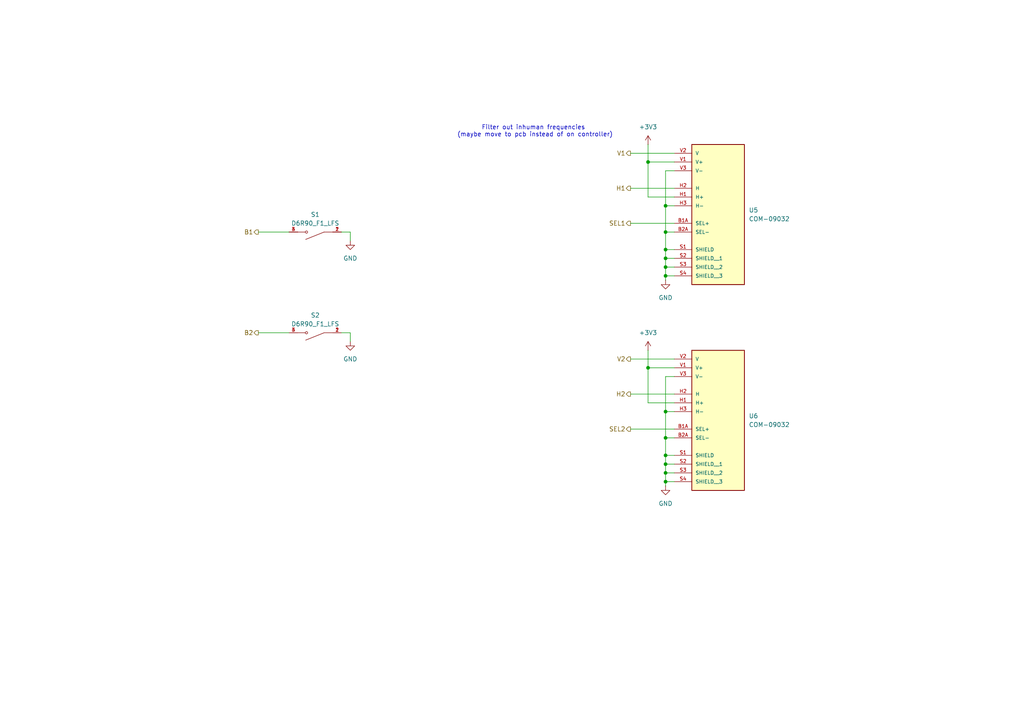
<source format=kicad_sch>
(kicad_sch (version 20250114) (generator "eeschema") (generator_version "9.0")
  (paper "A4")
  (lib_symbols
    (symbol "COM-09032:COM-09032" (pin_names (offset 1.016))
      (property "Reference" "U" (at -7.62 16.002 0))
      (property "Value" "COM-09032" (at -7.62 -27.94 0))
      (symbol "COM-09032_0_0"
        (rectangle (start -7.62 -25.4) (end 7.62 15.24) (stroke (width 0.254)) (fill (type background)))
        (pin passive line (at -12.7 12.7 0) (length 5.08) (name "V") (number "V2"))
        (pin passive line (at -12.7 10.16 0) (length 5.08) (name "V+") (number "V1"))
        (pin passive line (at -12.7 7.62 0) (length 5.08) (name "V-") (number "V3"))
        (pin passive line (at -12.7 2.54 0) (length 5.08) (name "H") (number "H2"))
        (pin passive line (at -12.7 0 0) (length 5.08) (name "H+") (number "H1"))
        (pin passive line (at -12.7 -2.54 0) (length 5.08) (name "H-") (number "H3"))
        (pin passive line (at -12.7 -7.62 0) (length 5.08) (name "SEL+") (number "B1A"))
        (pin passive line (at -12.7 -10.16 0) (length 5.08) (name "SEL-") (number "B2A"))
        (pin passive line (at -12.7 -15.24 0) (length 5.08) (name "SHIELD") (number "S1"))
        (pin passive line (at -12.7 -17.78 0) (length 5.08) (name "SHIELD__1") (number "S2"))
        (pin passive line (at -12.7 -20.32 0) (length 5.08) (name "SHIELD__2") (number "S3"))
        (pin passive line (at -12.7 -22.86 0) (length 5.08) (name "SHIELD__3") (number "S4"))
      )
    )
    (symbol "D6R90_F1_LFS:D6R90_F1_LFS" (pin_names (offset 1.016))
      (property "Reference" "S" (at -2.54 2.54 0))
      (property "Value" "D6R90_F1_LFS" (at -2.54 -2.54 0))
      (symbol "D6R90_F1_LFS_0_0"
        (polyline (pts (xy -2.54 0) (xy -5.08 0)) (stroke (width 0.1524)))
        (polyline (pts (xy -2.54 0) (xy 2.794 2.1336)) (stroke (width 0.1524)))
        (circle (center 2.54 0) (radius 0.3302) (stroke (width 0.1524)))
        (polyline (pts (xy 5.08 0) (xy 2.921 0)) (stroke (width 0.1524)))
        (pin passive line (at -7.62 0 0) (length 2.54) (name "~") (number "1"))
        (pin passive line (at -7.62 0 0) (length 2.54) (name "~") (number "2"))
        (pin passive line (at 7.62 0 180) (length 2.54) (name "~") (number "3"))
        (pin passive line (at 7.62 0 180) (length 2.54) (name "~") (number "4"))
      )
    )
    (symbol "power:+3V3" (power) (pin_numbers (hide yes)) (pin_names (offset 0) (hide yes))
      (property "Value" "+3V3" (at 0 3.556 0))
      (symbol "+3V3_0_1"
        (polyline (pts (xy -0.762 1.27) (xy 0 2.54)))
        (polyline (pts (xy 0 2.54) (xy 0.762 1.27)))
        (polyline (pts (xy 0 0) (xy 0 2.54)))
      )
      (symbol "+3V3_1_1"
        (pin power_in line (at 0 0 90) (length 0) (name "~") (number "1"))
      )
    )
    (symbol "power:GND" (power) (pin_numbers (hide yes)) (pin_names (offset 0) (hide yes))
      (property "Value" "GND" (at 0 -3.81 0))
      (symbol "GND_0_1"
        (polyline (pts (xy 0 0) (xy 0 -1.27) (xy 1.27 -1.27) (xy 0 -2.54) (xy -1.27 -1.27) (xy 0 -1.27)))
      )
      (symbol "GND_1_1"
        (pin power_in line (at 0 0 270) (length 0) (name "~") (number "1"))
      )
    )
  )
  (text "Filter out inhuman frequencies \n(maybe move to pcb instead of on controller)" (at 155.194 38.1 0) (effects (font (size 1.27 1.27))))
  (junction (at 193.04 59.69))
  (junction (at 187.96 46.99))
  (junction (at 193.04 77.47))
  (junction (at 193.04 127))
  (junction (at 193.04 72.39))
  (junction (at 193.04 67.31))
  (junction (at 193.04 137.16))
  (junction (at 193.04 74.93))
  (junction (at 193.04 134.62))
  (junction (at 193.04 119.38))
  (junction (at 193.04 80.01))
  (junction (at 193.04 132.08))
  (junction (at 187.96 106.68))
  (junction (at 193.04 139.7))
  (wire (pts (xy 193.04 77.47) (xy 195.58 77.47)))
  (wire (pts (xy 193.04 80.01) (xy 193.04 81.28)))
  (wire (pts (xy 182.88 44.45) (xy 195.58 44.45)))
  (wire (pts (xy 193.04 139.7) (xy 195.58 139.7)))
  (wire (pts (xy 193.04 77.47) (xy 193.04 80.01)))
  (wire (pts (xy 195.58 49.53) (xy 193.04 49.53)))
  (wire (pts (xy 193.04 139.7) (xy 193.04 140.97)))
  (wire (pts (xy 101.6 96.52) (xy 101.6 99.06)))
  (wire (pts (xy 193.04 49.53) (xy 193.04 59.69)))
  (wire (pts (xy 193.04 109.22) (xy 193.04 119.38)))
  (wire (pts (xy 99.06 67.31) (xy 101.6 67.31)))
  (wire (pts (xy 193.04 127) (xy 193.04 132.08)))
  (wire (pts (xy 193.04 74.93) (xy 195.58 74.93)))
  (wire (pts (xy 74.93 96.52) (xy 83.82 96.52)))
  (wire (pts (xy 101.6 67.31) (xy 101.6 69.85)))
  (wire (pts (xy 193.04 132.08) (xy 193.04 134.62)))
  (wire (pts (xy 182.88 124.46) (xy 195.58 124.46)))
  (wire (pts (xy 187.96 57.15) (xy 187.96 46.99)))
  (wire (pts (xy 193.04 137.16) (xy 193.04 139.7)))
  (wire (pts (xy 193.04 67.31) (xy 193.04 72.39)))
  (wire (pts (xy 193.04 59.69) (xy 193.04 67.31)))
  (wire (pts (xy 193.04 119.38) (xy 193.04 127)))
  (wire (pts (xy 193.04 134.62) (xy 193.04 137.16)))
  (wire (pts (xy 99.06 96.52) (xy 101.6 96.52)))
  (wire (pts (xy 182.88 64.77) (xy 195.58 64.77)))
  (wire (pts (xy 74.93 67.31) (xy 83.82 67.31)))
  (wire (pts (xy 182.88 104.14) (xy 195.58 104.14)))
  (wire (pts (xy 193.04 72.39) (xy 195.58 72.39)))
  (wire (pts (xy 193.04 72.39) (xy 193.04 74.93)))
  (wire (pts (xy 195.58 116.84) (xy 187.96 116.84)))
  (wire (pts (xy 182.88 54.61) (xy 195.58 54.61)))
  (wire (pts (xy 195.58 106.68) (xy 187.96 106.68)))
  (wire (pts (xy 182.88 114.3) (xy 195.58 114.3)))
  (wire (pts (xy 187.96 116.84) (xy 187.96 106.68)))
  (wire (pts (xy 193.04 137.16) (xy 195.58 137.16)))
  (wire (pts (xy 195.58 46.99) (xy 187.96 46.99)))
  (wire (pts (xy 193.04 132.08) (xy 195.58 132.08)))
  (wire (pts (xy 193.04 59.69) (xy 195.58 59.69)))
  (wire (pts (xy 193.04 127) (xy 195.58 127)))
  (wire (pts (xy 193.04 80.01) (xy 195.58 80.01)))
  (wire (pts (xy 193.04 67.31) (xy 195.58 67.31)))
  (wire (pts (xy 193.04 134.62) (xy 195.58 134.62)))
  (wire (pts (xy 187.96 46.99) (xy 187.96 41.91)))
  (wire (pts (xy 193.04 119.38) (xy 195.58 119.38)))
  (wire (pts (xy 187.96 106.68) (xy 187.96 101.6)))
  (wire (pts (xy 195.58 109.22) (xy 193.04 109.22)))
  (wire (pts (xy 193.04 74.93) (xy 193.04 77.47)))
  (wire (pts (xy 195.58 57.15) (xy 187.96 57.15)))
  (hierarchical_label "H2" (shape output) (at 182.88 114.3 180))
  (hierarchical_label "B2" (shape output) (at 74.93 96.52 180))
  (hierarchical_label "V2" (shape output) (at 182.88 104.14 180))
  (hierarchical_label "SEL2" (shape output) (at 182.88 124.46 180))
  (hierarchical_label "H1" (shape output) (at 182.88 54.61 180))
  (hierarchical_label "B1" (shape output) (at 74.93 67.31 180))
  (hierarchical_label "SEL1" (shape output) (at 182.88 64.77 180))
  (hierarchical_label "V1" (shape output) (at 182.88 44.45 180))
  (symbol (lib_id "COM-09032:COM-09032") (at 208.28 57.15 0) (unit 1)
    (property "Reference" "U5" (at 217.17 60.9599 0) (effects (justify left)))
    (property "Value" "COM-09032" (at 217.17 63.4999 0) (effects (justify left)))
    (property "Footprint" "COM-09032:XDCR_COM-09032" (effects (hide yes)))
    (property "PARTREV" "N/A" (effects (hide yes)))
    (property "STANDARD" "Manufacturer Recommendations" (effects (hide yes)))
    (property "MAXIMUM_PACKAGE_HEIGHT" "30.1mm" (effects (hide yes)))
    (property "MANUFACTURER" "SparkFun Electronics" (effects (hide yes)))
  )
  (symbol (lib_id "power:GND") (at 101.6 69.85 0) (unit 1)
    (property "Reference" "#PWR087" (effects (hide yes)))
    (property "Value" "GND" (at 101.6 74.93 0))
    (property "Description" "Power symbol creates a global label with name \"GND\" , ground" (effects (hide yes)))
  )
  (symbol (lib_id "COM-09032:COM-09032") (at 208.28 116.84 0) (unit 1)
    (property "Reference" "U6" (at 217.17 120.6499 0) (effects (justify left)))
    (property "Value" "COM-09032" (at 217.17 123.1899 0) (effects (justify left)))
    (property "Footprint" "COM-09032:XDCR_COM-09032" (effects (hide yes)))
    (property "PARTREV" "N/A" (effects (hide yes)))
    (property "STANDARD" "Manufacturer Recommendations" (effects (hide yes)))
    (property "MAXIMUM_PACKAGE_HEIGHT" "30.1mm" (effects (hide yes)))
    (property "MANUFACTURER" "SparkFun Electronics" (effects (hide yes)))
  )
  (symbol (lib_id "power:+3V3") (at 187.96 101.6 0) (unit 1)
    (property "Reference" "#PWR094" (effects (hide yes)))
    (property "Value" "+3V3" (at 187.96 96.52 0))
    (property "Description" "Power symbol creates a global label with name \"+3V3\"" (effects (hide yes)))
  )
  (symbol (lib_id "power:GND") (at 193.04 81.28 0) (unit 1)
    (property "Reference" "#PWR095" (effects (hide yes)))
    (property "Value" "GND" (at 193.04 86.36 0))
    (property "Description" "Power symbol creates a global label with name \"GND\" , ground" (effects (hide yes)))
  )
  (symbol (lib_id "power:GND") (at 101.6 99.06 0) (unit 1)
    (property "Reference" "#PWR088" (effects (hide yes)))
    (property "Value" "GND" (at 101.6 104.14 0))
    (property "Description" "Power symbol creates a global label with name \"GND\" , ground" (effects (hide yes)))
  )
  (symbol (lib_id "D6R90_F1_LFS:D6R90_F1_LFS") (at 91.44 96.52 180) (unit 1)
    (property "Reference" "S2" (at 91.44 91.44 0))
    (property "Value" "D6R90_F1_LFS" (at 91.44 93.98 0))
    (property "Footprint" "D6R90_F1_LFS:SW_D6R90_F1_LFS" (effects (hide yes)))
    (property "PARTREV" "N/A" (effects (hide yes)))
    (property "STANDARD" "Manufacturer Recommendations" (effects (hide yes)))
    (property "MAXIMUM_PACKAGE_HEIGHT" "14.3 mm" (effects (hide yes)))
    (property "MANUFACTURER" "C&K" (effects (hide yes)))
  )
  (symbol (lib_id "power:+3V3") (at 187.96 41.91 0) (unit 1)
    (property "Reference" "#PWR093" (effects (hide yes)))
    (property "Value" "+3V3" (at 187.96 36.83 0))
    (property "Description" "Power symbol creates a global label with name \"+3V3\"" (effects (hide yes)))
  )
  (symbol (lib_id "D6R90_F1_LFS:D6R90_F1_LFS") (at 91.44 67.31 180) (unit 1)
    (property "Reference" "S1" (at 91.44 62.23 0))
    (property "Value" "D6R90_F1_LFS" (at 91.44 64.77 0))
    (property "Footprint" "D6R90_F1_LFS:SW_D6R90_F1_LFS" (effects (hide yes)))
    (property "PARTREV" "N/A" (effects (hide yes)))
    (property "STANDARD" "Manufacturer Recommendations" (effects (hide yes)))
    (property "MAXIMUM_PACKAGE_HEIGHT" "14.3 mm" (effects (hide yes)))
    (property "MANUFACTURER" "C&K" (effects (hide yes)))
  )
  (symbol (lib_id "power:GND") (at 193.04 140.97 0) (unit 1)
    (property "Reference" "#PWR096" (effects (hide yes)))
    (property "Value" "GND" (at 193.04 146.05 0))
    (property "Description" "Power symbol creates a global label with name \"GND\" , ground" (effects (hide yes)))
  )
)
</source>
